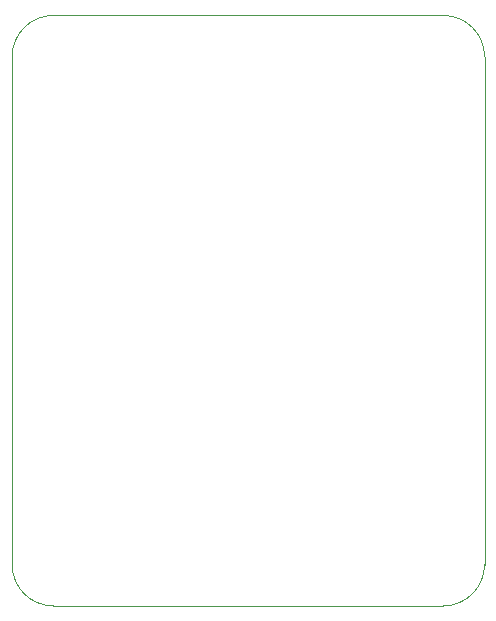
<source format=gbr>
G04 #@! TF.GenerationSoftware,KiCad,Pcbnew,(5.1.5)-3*
G04 #@! TF.CreationDate,2021-01-12T11:35:30+02:00*
G04 #@! TF.ProjectId,ft232h,66743233-3268-42e6-9b69-6361645f7063,rev?*
G04 #@! TF.SameCoordinates,Original*
G04 #@! TF.FileFunction,Profile,NP*
%FSLAX46Y46*%
G04 Gerber Fmt 4.6, Leading zero omitted, Abs format (unit mm)*
G04 Created by KiCad (PCBNEW (5.1.5)-3) date 2021-01-12 11:35:30*
%MOMM*%
%LPD*%
G04 APERTURE LIST*
G04 #@! TA.AperFunction,Profile*
%ADD10C,0.050000*%
G04 #@! TD*
G04 APERTURE END LIST*
D10*
X134000000Y-111500000D02*
G75*
G02X130500000Y-108000000I0J3500000D01*
G01*
X167000000Y-61500000D02*
G75*
G02X170500000Y-65000000I0J-3500000D01*
G01*
X170500000Y-108000000D02*
G75*
G02X167000000Y-111500000I-3500000J0D01*
G01*
X130500000Y-65000000D02*
G75*
G02X134000000Y-61500000I3500000J0D01*
G01*
X130500000Y-108000000D02*
X130500000Y-65000000D01*
X167000000Y-111500000D02*
X134000000Y-111500000D01*
X170500000Y-65000000D02*
X170500000Y-108000000D01*
X134000000Y-61500000D02*
X167000000Y-61500000D01*
M02*

</source>
